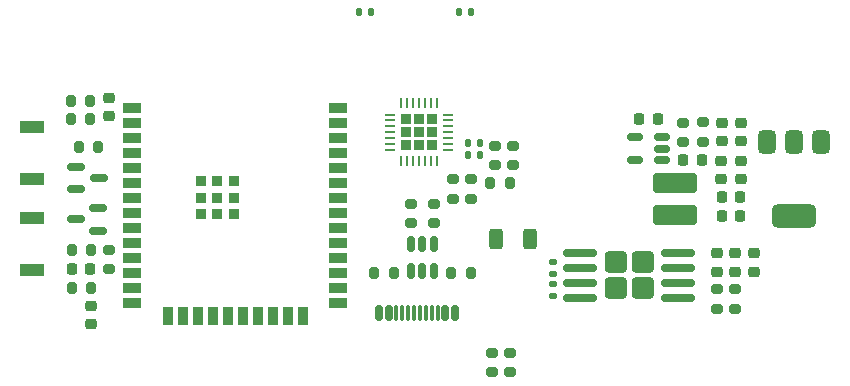
<source format=gbr>
%TF.GenerationSoftware,KiCad,Pcbnew,8.0.8-8.0.8-0~ubuntu22.04.1*%
%TF.CreationDate,2025-02-19T22:06:23+01:00*%
%TF.ProjectId,Pilot6Axis,50696c6f-7436-4417-9869-732e6b696361,rev?*%
%TF.SameCoordinates,Original*%
%TF.FileFunction,Paste,Top*%
%TF.FilePolarity,Positive*%
%FSLAX46Y46*%
G04 Gerber Fmt 4.6, Leading zero omitted, Abs format (unit mm)*
G04 Created by KiCad (PCBNEW 8.0.8-8.0.8-0~ubuntu22.04.1) date 2025-02-19 22:06:23*
%MOMM*%
%LPD*%
G01*
G04 APERTURE LIST*
G04 Aperture macros list*
%AMRoundRect*
0 Rectangle with rounded corners*
0 $1 Rounding radius*
0 $2 $3 $4 $5 $6 $7 $8 $9 X,Y pos of 4 corners*
0 Add a 4 corners polygon primitive as box body*
4,1,4,$2,$3,$4,$5,$6,$7,$8,$9,$2,$3,0*
0 Add four circle primitives for the rounded corners*
1,1,$1+$1,$2,$3*
1,1,$1+$1,$4,$5*
1,1,$1+$1,$6,$7*
1,1,$1+$1,$8,$9*
0 Add four rect primitives between the rounded corners*
20,1,$1+$1,$2,$3,$4,$5,0*
20,1,$1+$1,$4,$5,$6,$7,0*
20,1,$1+$1,$6,$7,$8,$9,0*
20,1,$1+$1,$8,$9,$2,$3,0*%
G04 Aperture macros list end*
%ADD10RoundRect,0.135000X-0.135000X-0.185000X0.135000X-0.185000X0.135000X0.185000X-0.135000X0.185000X0*%
%ADD11RoundRect,0.135000X0.135000X0.185000X-0.135000X0.185000X-0.135000X-0.185000X0.135000X-0.185000X0*%
%ADD12RoundRect,0.200000X-0.200000X-0.275000X0.200000X-0.275000X0.200000X0.275000X-0.200000X0.275000X0*%
%ADD13RoundRect,0.200000X0.275000X-0.200000X0.275000X0.200000X-0.275000X0.200000X-0.275000X-0.200000X0*%
%ADD14RoundRect,0.218750X0.256250X-0.218750X0.256250X0.218750X-0.256250X0.218750X-0.256250X-0.218750X0*%
%ADD15RoundRect,0.225000X0.225000X0.250000X-0.225000X0.250000X-0.225000X-0.250000X0.225000X-0.250000X0*%
%ADD16RoundRect,0.200000X-0.275000X0.200000X-0.275000X-0.200000X0.275000X-0.200000X0.275000X0.200000X0*%
%ADD17RoundRect,0.150000X-0.150000X-0.500000X0.150000X-0.500000X0.150000X0.500000X-0.150000X0.500000X0*%
%ADD18RoundRect,0.075000X-0.075000X-0.575000X0.075000X-0.575000X0.075000X0.575000X-0.075000X0.575000X0*%
%ADD19RoundRect,0.150000X0.590000X0.150000X-0.590000X0.150000X-0.590000X-0.150000X0.590000X-0.150000X0*%
%ADD20RoundRect,0.200000X0.200000X0.275000X-0.200000X0.275000X-0.200000X-0.275000X0.200000X-0.275000X0*%
%ADD21RoundRect,0.225000X-0.250000X0.225000X-0.250000X-0.225000X0.250000X-0.225000X0.250000X0.225000X0*%
%ADD22RoundRect,0.225000X0.250000X-0.225000X0.250000X0.225000X-0.250000X0.225000X-0.250000X-0.225000X0*%
%ADD23RoundRect,0.225000X-0.225000X-0.250000X0.225000X-0.250000X0.225000X0.250000X-0.225000X0.250000X0*%
%ADD24RoundRect,0.218750X0.218750X0.256250X-0.218750X0.256250X-0.218750X-0.256250X0.218750X-0.256250X0*%
%ADD25RoundRect,0.150000X0.512500X0.150000X-0.512500X0.150000X-0.512500X-0.150000X0.512500X-0.150000X0*%
%ADD26R,2.000000X1.050000*%
%ADD27RoundRect,0.250000X-0.312500X-0.625000X0.312500X-0.625000X0.312500X0.625000X-0.312500X0.625000X0*%
%ADD28RoundRect,0.135000X-0.185000X0.135000X-0.185000X-0.135000X0.185000X-0.135000X0.185000X0.135000X0*%
%ADD29RoundRect,0.150000X-0.590000X-0.150000X0.590000X-0.150000X0.590000X0.150000X-0.590000X0.150000X0*%
%ADD30RoundRect,0.150000X0.150000X-0.512500X0.150000X0.512500X-0.150000X0.512500X-0.150000X-0.512500X0*%
%ADD31RoundRect,0.225000X0.225000X-0.225000X0.225000X0.225000X-0.225000X0.225000X-0.225000X-0.225000X0*%
%ADD32RoundRect,0.062500X0.062500X-0.337500X0.062500X0.337500X-0.062500X0.337500X-0.062500X-0.337500X0*%
%ADD33RoundRect,0.062500X0.337500X-0.062500X0.337500X0.062500X-0.337500X0.062500X-0.337500X-0.062500X0*%
%ADD34RoundRect,0.250000X-1.600000X0.600000X-1.600000X-0.600000X1.600000X-0.600000X1.600000X0.600000X0*%
%ADD35R,1.500000X0.900000*%
%ADD36R,0.900000X1.500000*%
%ADD37R,0.900000X0.900000*%
%ADD38RoundRect,0.375000X-0.375000X0.625000X-0.375000X-0.625000X0.375000X-0.625000X0.375000X0.625000X0*%
%ADD39RoundRect,0.500000X-1.400000X0.500000X-1.400000X-0.500000X1.400000X-0.500000X1.400000X0.500000X0*%
%ADD40RoundRect,0.250000X-0.670000X-0.645000X0.670000X-0.645000X0.670000X0.645000X-0.670000X0.645000X0*%
%ADD41RoundRect,0.175000X-1.250000X-0.175000X1.250000X-0.175000X1.250000X0.175000X-1.250000X0.175000X0*%
G04 APERTURE END LIST*
D10*
%TO.C,R20*%
X156571199Y-93380800D03*
X155551201Y-93380800D03*
%TD*%
D11*
%TO.C,R19*%
X148071199Y-93380800D03*
X147051201Y-93380800D03*
%TD*%
D12*
%TO.C,R16*%
X122675000Y-102400000D03*
X124325000Y-102400000D03*
%TD*%
D13*
%TO.C,C9*%
X158570000Y-106295000D03*
X158570000Y-104645000D03*
%TD*%
D14*
%TO.C,D3*%
X177350000Y-115325002D03*
X177350000Y-113750000D03*
%TD*%
D13*
%TO.C,R2*%
X174500001Y-104350000D03*
X174500001Y-102700000D03*
%TD*%
D11*
%TO.C,R9*%
X157314999Y-104460000D03*
X156295001Y-104460000D03*
%TD*%
D15*
%TO.C,C6*%
X179375000Y-109000000D03*
X177825000Y-109000000D03*
%TD*%
D16*
%TO.C,C8*%
X158300000Y-122175000D03*
X158300000Y-123825000D03*
%TD*%
D13*
%TO.C,R5*%
X153450001Y-111225000D03*
X153450001Y-109575000D03*
%TD*%
D17*
%TO.C,J2*%
X148800000Y-118815000D03*
X149600000Y-118815000D03*
D18*
X150750000Y-118815001D03*
X151750000Y-118815000D03*
X152250000Y-118815000D03*
X153250000Y-118815001D03*
D17*
X154400000Y-118815000D03*
X155200000Y-118815000D03*
X155200000Y-118815000D03*
X154400000Y-118815000D03*
D18*
X153750000Y-118815000D03*
X152750000Y-118815000D03*
X151250000Y-118815000D03*
X150250000Y-118815000D03*
D17*
X149600000Y-118815000D03*
X148800000Y-118815000D03*
%TD*%
D19*
%TO.C,Q3*%
X124979999Y-111850000D03*
X124979999Y-109950000D03*
X123100000Y-110900000D03*
%TD*%
D20*
%TO.C,R12*%
X125025000Y-104800000D03*
X123375000Y-104800000D03*
%TD*%
%TO.C,R7*%
X150025000Y-115400000D03*
X148375000Y-115400000D03*
%TD*%
D12*
%TO.C,R15*%
X122745000Y-113510000D03*
X124395000Y-113510000D03*
%TD*%
D21*
%TO.C,C5*%
X177700000Y-105925000D03*
X177700000Y-107475000D03*
%TD*%
D22*
%TO.C,C1*%
X179399999Y-104274999D03*
X179399999Y-102724999D03*
%TD*%
D23*
%TO.C,C15*%
X122795000Y-115105001D03*
X124345000Y-115105001D03*
%TD*%
D13*
%TO.C,R11*%
X125900000Y-115125000D03*
X125900000Y-113475000D03*
%TD*%
D24*
%TO.C,D1*%
X176087502Y-105899999D03*
X174512500Y-105899999D03*
%TD*%
D13*
%TO.C,R1*%
X176199999Y-104325000D03*
X176199999Y-102675000D03*
%TD*%
D25*
%TO.C,IC1*%
X172737500Y-105849999D03*
X172737500Y-104900000D03*
X172737500Y-103950001D03*
X170462500Y-103950001D03*
X170462500Y-105849999D03*
%TD*%
D21*
%TO.C,C14*%
X125900000Y-100625000D03*
X125900000Y-102175000D03*
%TD*%
%TO.C,C4*%
X179400000Y-105925000D03*
X179400000Y-107475000D03*
%TD*%
%TO.C,C13*%
X124350000Y-118230001D03*
X124350000Y-119780001D03*
%TD*%
D13*
%TO.C,R21*%
X178950000Y-118450000D03*
X178950000Y-116800000D03*
%TD*%
D26*
%TO.C,SW1*%
X119400000Y-110749998D03*
X119400000Y-115200000D03*
%TD*%
D23*
%TO.C,C3*%
X170825000Y-102400000D03*
X172375000Y-102400000D03*
%TD*%
D27*
%TO.C,R23*%
X158675000Y-112600000D03*
X161600000Y-112600000D03*
%TD*%
D28*
%TO.C,R17*%
X163512500Y-114490001D03*
X163512500Y-115509999D03*
%TD*%
D29*
%TO.C,Q1*%
X123160000Y-106450000D03*
X123160000Y-108350000D03*
X125039999Y-107400000D03*
%TD*%
D10*
%TO.C,R8*%
X156295001Y-105460000D03*
X157314999Y-105460000D03*
%TD*%
D15*
%TO.C,C7*%
X179375000Y-110600000D03*
X177825000Y-110600000D03*
%TD*%
D13*
%TO.C,R4*%
X151450001Y-111225000D03*
X151450001Y-109575000D03*
%TD*%
D28*
%TO.C,R18*%
X163512500Y-116390001D03*
X163512500Y-117409999D03*
%TD*%
D30*
%TO.C,U2*%
X151500002Y-115237500D03*
X152450001Y-115237500D03*
X153400000Y-115237500D03*
X153400000Y-112962500D03*
X152450001Y-112962500D03*
X151500002Y-112962500D03*
%TD*%
D22*
%TO.C,C16*%
X180562500Y-115312501D03*
X180562500Y-113762501D03*
%TD*%
D31*
%TO.C,U3*%
X152150001Y-104640002D03*
X151030001Y-104640001D03*
X153270001Y-104640001D03*
X151030000Y-103520001D03*
X152150001Y-103520001D03*
X153270002Y-103520001D03*
X151030001Y-102400001D03*
X153270001Y-102400001D03*
X152150001Y-102400000D03*
D32*
X150650001Y-105970001D03*
X151150001Y-105970001D03*
X151650001Y-105970001D03*
X152150001Y-105970002D03*
X152650001Y-105970001D03*
X153150001Y-105970001D03*
X153650001Y-105970001D03*
D33*
X154600001Y-105020001D03*
X154600001Y-104520001D03*
X154600001Y-104020001D03*
X154600002Y-103520001D03*
X154600001Y-103020001D03*
X154600001Y-102520001D03*
X154600001Y-102020001D03*
D32*
X153650001Y-101070001D03*
X153150001Y-101070001D03*
X152650001Y-101070001D03*
X152150001Y-101070000D03*
X151650001Y-101070001D03*
X151150001Y-101070001D03*
X150650001Y-101070001D03*
D33*
X149700001Y-102020001D03*
X149700001Y-102520001D03*
X149700001Y-103020001D03*
X149700000Y-103520001D03*
X149700001Y-104020001D03*
X149700001Y-104520001D03*
X149700001Y-105020001D03*
%TD*%
D34*
%TO.C,L1*%
X173800000Y-107850000D03*
X173800000Y-110550000D03*
%TD*%
D26*
%TO.C,SW2*%
X119400000Y-107499999D03*
X119400000Y-103049997D03*
%TD*%
D16*
%TO.C,R22*%
X177350000Y-116812501D03*
X177350000Y-118462501D03*
%TD*%
D35*
%TO.C,U4*%
X127845000Y-101495000D03*
X127845000Y-102765000D03*
X127845000Y-104035000D03*
X127845000Y-105305000D03*
X127845000Y-106575000D03*
X127845000Y-107845000D03*
X127845000Y-109115000D03*
X127845000Y-110385000D03*
X127845000Y-111655000D03*
X127845000Y-112925000D03*
X127845000Y-114195000D03*
X127845000Y-115465000D03*
X127845000Y-116735000D03*
X127845000Y-118005000D03*
D36*
X130880000Y-119100000D03*
X132150000Y-119100000D03*
X133420000Y-119099999D03*
X134690000Y-119100000D03*
X135960000Y-119100000D03*
X137230000Y-119100000D03*
X138500000Y-119100000D03*
X139770000Y-119099999D03*
X141040000Y-119100000D03*
X142310000Y-119100000D03*
D35*
X145345000Y-118005000D03*
X145345000Y-116735000D03*
X145345000Y-115465000D03*
X145345000Y-114195000D03*
X145345000Y-112925000D03*
X145345000Y-111655000D03*
X145345000Y-110385000D03*
X145345000Y-109115000D03*
X145345000Y-107845000D03*
X145345000Y-106575000D03*
X145345000Y-105305000D03*
X145345000Y-104035000D03*
X145345000Y-102765000D03*
X145345000Y-101495000D03*
D37*
X133695000Y-107660000D03*
X133695000Y-109060000D03*
X133695000Y-110460000D03*
X135095000Y-107660000D03*
X135095000Y-109060000D03*
X135095000Y-110460000D03*
X136495000Y-107660000D03*
X136495000Y-109060000D03*
X136495000Y-110460000D03*
%TD*%
D20*
%TO.C,R13*%
X124395000Y-116670000D03*
X122745000Y-116670000D03*
%TD*%
D12*
%TO.C,R6*%
X154900000Y-115400000D03*
X156550000Y-115400000D03*
%TD*%
D14*
%TO.C,D2*%
X178950000Y-115312501D03*
X178950000Y-113737499D03*
%TD*%
D16*
%TO.C,C12*%
X155050001Y-107520001D03*
X155050001Y-109170001D03*
%TD*%
D20*
%TO.C,R14*%
X124325000Y-100900000D03*
X122675000Y-100900000D03*
%TD*%
D38*
%TO.C,U1*%
X186200000Y-104350000D03*
X183900000Y-104350001D03*
D39*
X183900000Y-110649999D03*
D38*
X181600000Y-104350000D03*
%TD*%
D16*
%TO.C,R3*%
X159900000Y-122175000D03*
X159900000Y-123825000D03*
%TD*%
D13*
%TO.C,C10*%
X160110000Y-106295000D03*
X160110000Y-104645000D03*
%TD*%
D12*
%TO.C,R10*%
X158175000Y-107800000D03*
X159825000Y-107800000D03*
%TD*%
D40*
%TO.C,J17*%
X168810000Y-114525000D03*
X168810000Y-116745000D03*
X171090000Y-114525000D03*
X171090000Y-116745000D03*
D41*
X165799999Y-113730000D03*
X165800000Y-115000000D03*
X165800000Y-116270000D03*
X165799999Y-117540000D03*
X174100001Y-117540000D03*
X174100000Y-116270000D03*
X174100000Y-115000000D03*
X174100001Y-113730000D03*
%TD*%
D21*
%TO.C,C2*%
X177800001Y-102725000D03*
X177800001Y-104275000D03*
%TD*%
D16*
%TO.C,C11*%
X156545002Y-107520001D03*
X156545002Y-109170001D03*
%TD*%
M02*

</source>
